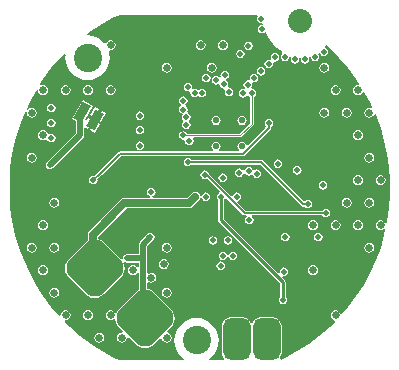
<source format=gbl>
G04*
G04 #@! TF.GenerationSoftware,Altium Limited,Altium Designer,19.0.12 (326)*
G04*
G04 Layer_Physical_Order=4*
G04 Layer_Color=5656142*
%FSLAX24Y24*%
%MOIN*%
G70*
G01*
G75*
%ADD64C,0.0080*%
%ADD65C,0.0100*%
%ADD66C,0.0060*%
%ADD67C,0.0040*%
%ADD68C,0.0200*%
%ADD72C,0.0250*%
%ADD73C,0.0803*%
G04:AMPARAMS|DCode=74|XSize=137.8mil|YSize=90.6mil|CornerRadius=22.6mil|HoleSize=0mil|Usage=FLASHONLY|Rotation=90.000|XOffset=0mil|YOffset=0mil|HoleType=Round|Shape=RoundedRectangle|*
%AMROUNDEDRECTD74*
21,1,0.1378,0.0453,0,0,90.0*
21,1,0.0925,0.0906,0,0,90.0*
1,1,0.0453,0.0226,0.0463*
1,1,0.0453,0.0226,-0.0463*
1,1,0.0453,-0.0226,-0.0463*
1,1,0.0453,-0.0226,0.0463*
%
%ADD74ROUNDEDRECTD74*%
%ADD75C,0.0945*%
%ADD76C,0.0220*%
%ADD77C,0.0200*%
%ADD78C,0.0250*%
G04:AMPARAMS|DCode=79|XSize=157.5mil|YSize=157.5mil|CornerRadius=39.4mil|HoleSize=0mil|Usage=FLASHONLY|Rotation=45.000|XOffset=0mil|YOffset=0mil|HoleType=Round|Shape=RoundedRectangle|*
%AMROUNDEDRECTD79*
21,1,0.1575,0.0787,0,0,45.0*
21,1,0.0787,0.1575,0,0,45.0*
1,1,0.0787,0.0557,0.0000*
1,1,0.0787,0.0000,-0.0557*
1,1,0.0787,-0.0557,0.0000*
1,1,0.0787,0.0000,0.0557*
%
%ADD79ROUNDEDRECTD79*%
G04:AMPARAMS|DCode=80|XSize=31.5mil|YSize=63mil|CornerRadius=0mil|HoleSize=0mil|Usage=FLASHONLY|Rotation=150.000|XOffset=0mil|YOffset=0mil|HoleType=Round|Shape=Rectangle|*
%AMROTATEDRECTD80*
4,1,4,0.0294,0.0194,-0.0021,-0.0352,-0.0294,-0.0194,0.0021,0.0352,0.0294,0.0194,0.0*
%
%ADD80ROTATEDRECTD80*%

G36*
X1899Y5752D02*
X1926Y5702D01*
X1914Y5685D01*
X1903Y5630D01*
X1914Y5575D01*
X1945Y5529D01*
X1991Y5498D01*
X2046Y5487D01*
X2073Y5493D01*
X2114Y5466D01*
X2077Y5434D01*
X2074Y5434D01*
X2020Y5423D01*
X1973Y5392D01*
X1942Y5346D01*
X1931Y5291D01*
X1942Y5237D01*
X1973Y5190D01*
X2020Y5160D01*
X2074Y5149D01*
X2129Y5160D01*
X2167Y5185D01*
X2222Y5178D01*
X2248Y5102D01*
X2334Y4936D01*
X2446Y4786D01*
X2579Y4655D01*
X2731Y4546D01*
X2752Y4536D01*
X2756Y4478D01*
X2742Y4469D01*
X2711Y4422D01*
X2700Y4368D01*
X2711Y4313D01*
X2742Y4267D01*
X2789Y4236D01*
X2843Y4225D01*
X2898Y4236D01*
X2944Y4267D01*
X2975Y4313D01*
X2982Y4348D01*
X3022Y4380D01*
X3039Y4333D01*
X3028Y4279D01*
X3039Y4224D01*
X3070Y4178D01*
X3116Y4147D01*
X3171Y4136D01*
X3226Y4147D01*
X3272Y4178D01*
X3303Y4224D01*
X3314Y4279D01*
X3309Y4300D01*
X3341Y4345D01*
X3373Y4303D01*
X3368Y4277D01*
X3379Y4223D01*
X3410Y4176D01*
X3456Y4145D01*
X3511Y4135D01*
X3565Y4145D01*
X3612Y4176D01*
X3643Y4223D01*
X3653Y4277D01*
X3643Y4332D01*
X3647Y4366D01*
X3658Y4385D01*
X3696Y4364D01*
X3707Y4309D01*
X3738Y4263D01*
X3785Y4232D01*
X3839Y4221D01*
X3894Y4232D01*
X3940Y4263D01*
X3971Y4309D01*
X3982Y4364D01*
X3971Y4419D01*
X3951Y4448D01*
X3957Y4499D01*
X4002Y4478D01*
X4033Y4432D01*
X4079Y4401D01*
X4134Y4390D01*
X4189Y4401D01*
X4235Y4432D01*
X4266Y4478D01*
X4277Y4533D01*
X4266Y4587D01*
X4235Y4634D01*
X4192Y4662D01*
X4185Y4672D01*
X4172Y4713D01*
X4207Y4748D01*
X4330Y4641D01*
X4649Y4321D01*
X4945Y3979D01*
X5216Y3616D01*
X5316Y3461D01*
X5285Y3416D01*
X5275Y3418D01*
X5211Y3405D01*
X5156Y3369D01*
X5120Y3314D01*
X5107Y3250D01*
X5120Y3186D01*
X5156Y3131D01*
X5211Y3095D01*
X5275Y3082D01*
X5339Y3095D01*
X5394Y3131D01*
X5430Y3186D01*
X5431Y3186D01*
X5483Y3194D01*
X5677Y2838D01*
X5742Y2697D01*
X5729Y2678D01*
X5705Y2657D01*
X5650Y2668D01*
X5586Y2655D01*
X5531Y2619D01*
X5495Y2564D01*
X5482Y2500D01*
X5495Y2436D01*
X5531Y2381D01*
X5586Y2345D01*
X5650Y2332D01*
X5714Y2345D01*
X5769Y2381D01*
X5805Y2436D01*
X5806Y2436D01*
X5858Y2442D01*
X5865Y2426D01*
X6023Y2002D01*
X6150Y1568D01*
X6247Y1126D01*
X6311Y678D01*
X6343Y226D01*
Y-226D01*
X6311Y-678D01*
X6247Y-1126D01*
X6232Y-1191D01*
X6181Y-1190D01*
X6180Y-1186D01*
X6144Y-1131D01*
X6089Y-1095D01*
X6025Y-1082D01*
X5961Y-1095D01*
X5906Y-1131D01*
X5870Y-1186D01*
X5857Y-1250D01*
X5870Y-1314D01*
X5906Y-1369D01*
X5961Y-1405D01*
X6025Y-1418D01*
X6089Y-1405D01*
X6142Y-1370D01*
X6150Y-1372D01*
X6189Y-1392D01*
X6150Y-1568D01*
X6023Y-2002D01*
X5865Y-2426D01*
X5677Y-2838D01*
X5461Y-3235D01*
X5216Y-3616D01*
X4945Y-3979D01*
X4738Y-4218D01*
X4684Y-4204D01*
X4680Y-4186D01*
X4644Y-4131D01*
X4589Y-4095D01*
X4525Y-4082D01*
X4461Y-4095D01*
X4406Y-4131D01*
X4370Y-4186D01*
X4357Y-4250D01*
X4370Y-4314D01*
X4406Y-4369D01*
X4461Y-4405D01*
X4489Y-4411D01*
X4505Y-4465D01*
X4330Y-4641D01*
X3988Y-4938D01*
X3626Y-5210D01*
X3246Y-5455D01*
X2849Y-5672D01*
X2716Y-5733D01*
X2699Y-5726D01*
X2684Y-5664D01*
X2689Y-5657D01*
X2716Y-5592D01*
X2725Y-5523D01*
Y-4597D01*
X2716Y-4528D01*
X2689Y-4463D01*
X2646Y-4407D01*
X2591Y-4365D01*
X2526Y-4338D01*
X2456Y-4329D01*
X2004D01*
X1934Y-4338D01*
X1869Y-4365D01*
X1814Y-4407D01*
X1771Y-4463D01*
X1757Y-4497D01*
X1703D01*
X1689Y-4463D01*
X1646Y-4407D01*
X1591Y-4365D01*
X1526Y-4338D01*
X1456Y-4329D01*
X1004D01*
X934Y-4338D01*
X869Y-4365D01*
X814Y-4407D01*
X771Y-4463D01*
X744Y-4528D01*
X735Y-4597D01*
Y-5523D01*
X744Y-5592D01*
X771Y-5657D01*
X806Y-5703D01*
X790Y-5753D01*
X316Y-5753D01*
X309Y-5724D01*
X308Y-5702D01*
X417Y-5614D01*
X509Y-5501D01*
X578Y-5373D01*
X620Y-5233D01*
X634Y-5089D01*
X620Y-4944D01*
X578Y-4804D01*
X509Y-4676D01*
X417Y-4564D01*
X304Y-4471D01*
X176Y-4403D01*
X37Y-4360D01*
X-108Y-4346D01*
X-253Y-4360D01*
X-392Y-4403D01*
X-521Y-4471D01*
X-633Y-4564D01*
X-726Y-4676D01*
X-794Y-4804D01*
X-836Y-4944D01*
X-851Y-5089D01*
X-836Y-5233D01*
X-794Y-5373D01*
X-726Y-5501D01*
X-633Y-5614D01*
X-525Y-5702D01*
X-525Y-5725D01*
X-532Y-5752D01*
X-2673Y-5752D01*
X-2849Y-5672D01*
X-3246Y-5455D01*
X-3626Y-5210D01*
X-3988Y-4938D01*
X-4330Y-4641D01*
X-4508Y-4463D01*
X-4483Y-4417D01*
X-4475Y-4418D01*
X-4411Y-4405D01*
X-4356Y-4369D01*
X-4320Y-4314D01*
X-4307Y-4250D01*
X-4320Y-4186D01*
X-4356Y-4131D01*
X-4411Y-4095D01*
X-4475Y-4082D01*
X-4539Y-4095D01*
X-4594Y-4131D01*
X-4630Y-4186D01*
X-4643Y-4250D01*
X-4643Y-4252D01*
X-4689Y-4275D01*
X-4945Y-3979D01*
X-5216Y-3616D01*
X-5461Y-3235D01*
X-5677Y-2838D01*
X-5865Y-2426D01*
X-6023Y-2002D01*
X-6150Y-1568D01*
X-6247Y-1126D01*
X-6311Y-678D01*
X-6343Y-226D01*
Y226D01*
X-6311Y678D01*
X-6247Y1126D01*
X-6150Y1568D01*
X-6023Y2002D01*
X-5865Y2426D01*
X-5810Y2548D01*
X-5762Y2532D01*
X-5768Y2500D01*
X-5755Y2436D01*
X-5719Y2381D01*
X-5664Y2345D01*
X-5600Y2332D01*
X-5536Y2345D01*
X-5481Y2381D01*
X-5445Y2436D01*
X-5432Y2500D01*
X-5445Y2564D01*
X-5481Y2619D01*
X-5536Y2655D01*
X-5600Y2668D01*
X-5664Y2655D01*
X-5719Y2619D01*
X-5729Y2603D01*
X-5773Y2628D01*
X-5677Y2838D01*
X-5461Y3235D01*
X-5441Y3266D01*
X-5398Y3252D01*
X-5393Y3248D01*
X-5380Y3186D01*
X-5344Y3131D01*
X-5289Y3095D01*
X-5225Y3082D01*
X-5161Y3095D01*
X-5106Y3131D01*
X-5070Y3186D01*
X-5057Y3250D01*
X-5070Y3314D01*
X-5106Y3369D01*
X-5161Y3405D01*
X-5225Y3418D01*
X-5289Y3405D01*
X-5294Y3402D01*
X-5331Y3438D01*
X-5216Y3616D01*
X-4945Y3979D01*
X-4649Y4321D01*
X-4521Y4449D01*
X-4473Y4427D01*
X-4483Y4331D01*
X-4468Y4186D01*
X-4426Y4047D01*
X-4357Y3918D01*
X-4265Y3806D01*
X-4153Y3713D01*
X-4024Y3645D01*
X-3885Y3603D01*
X-3740Y3588D01*
X-3595Y3603D01*
X-3456Y3645D01*
X-3328Y3713D01*
X-3215Y3806D01*
X-3123Y3918D01*
X-3054Y4047D01*
X-3012Y4186D01*
X-2998Y4331D01*
X-3012Y4476D01*
X-3032Y4542D01*
X-2993Y4585D01*
X-2975Y4582D01*
X-2911Y4595D01*
X-2856Y4631D01*
X-2820Y4686D01*
X-2807Y4750D01*
X-2820Y4814D01*
X-2856Y4869D01*
X-2911Y4905D01*
X-2975Y4918D01*
X-3039Y4905D01*
X-3094Y4869D01*
X-3124Y4824D01*
X-3178Y4811D01*
X-3215Y4856D01*
X-3328Y4948D01*
X-3456Y5017D01*
X-3595Y5059D01*
X-3726Y5072D01*
X-3746Y5120D01*
X-3626Y5210D01*
X-3246Y5455D01*
X-2849Y5672D01*
X-2673Y5753D01*
X1899Y5752D01*
D02*
G37*
%LPC*%
G36*
X1622Y4870D02*
X1567Y4859D01*
X1521Y4828D01*
X1490Y4782D01*
X1479Y4727D01*
X1490Y4673D01*
X1521Y4626D01*
X1567Y4595D01*
X1622Y4584D01*
X1676Y4595D01*
X1723Y4626D01*
X1754Y4673D01*
X1764Y4727D01*
X1754Y4782D01*
X1723Y4828D01*
X1676Y4859D01*
X1622Y4870D01*
D02*
G37*
G36*
X775Y4918D02*
X711Y4905D01*
X656Y4869D01*
X620Y4814D01*
X607Y4750D01*
X620Y4686D01*
X656Y4631D01*
X711Y4595D01*
X775Y4582D01*
X839Y4595D01*
X894Y4631D01*
X930Y4686D01*
X943Y4750D01*
X930Y4814D01*
X894Y4869D01*
X839Y4905D01*
X775Y4918D01*
D02*
G37*
G36*
X25D02*
X-39Y4905D01*
X-94Y4869D01*
X-130Y4814D01*
X-143Y4750D01*
X-130Y4686D01*
X-94Y4631D01*
X-39Y4595D01*
X25Y4582D01*
X89Y4595D01*
X144Y4631D01*
X180Y4686D01*
X193Y4750D01*
X180Y4814D01*
X144Y4869D01*
X89Y4905D01*
X25Y4918D01*
D02*
G37*
G36*
X1355Y4602D02*
X1300Y4591D01*
X1254Y4560D01*
X1223Y4514D01*
X1212Y4459D01*
X1223Y4405D01*
X1254Y4358D01*
X1300Y4327D01*
X1355Y4317D01*
X1409Y4327D01*
X1456Y4358D01*
X1487Y4405D01*
X1497Y4459D01*
X1487Y4514D01*
X1456Y4560D01*
X1409Y4591D01*
X1355Y4602D01*
D02*
G37*
G36*
X2509Y4482D02*
X2455Y4471D01*
X2408Y4440D01*
X2377Y4394D01*
X2366Y4339D01*
X2374Y4302D01*
X2371Y4296D01*
X2340Y4265D01*
X2335Y4262D01*
X2297Y4270D01*
X2242Y4259D01*
X2196Y4228D01*
X2165Y4182D01*
X2154Y4127D01*
X2165Y4072D01*
X2196Y4026D01*
X2242Y3995D01*
X2297Y3984D01*
X2351Y3995D01*
X2398Y4026D01*
X2429Y4072D01*
X2440Y4127D01*
X2432Y4165D01*
X2435Y4170D01*
X2466Y4201D01*
X2471Y4204D01*
X2509Y4196D01*
X2564Y4207D01*
X2610Y4238D01*
X2641Y4284D01*
X2652Y4339D01*
X2641Y4394D01*
X2610Y4440D01*
X2564Y4471D01*
X2509Y4482D01*
D02*
G37*
G36*
X4150Y4168D02*
X4086Y4155D01*
X4031Y4119D01*
X3995Y4064D01*
X3982Y4000D01*
X3995Y3936D01*
X4031Y3881D01*
X4086Y3845D01*
X4150Y3832D01*
X4214Y3845D01*
X4269Y3881D01*
X4305Y3936D01*
X4318Y4000D01*
X4305Y4064D01*
X4269Y4119D01*
X4214Y4155D01*
X4150Y4168D01*
D02*
G37*
G36*
X400D02*
X336Y4155D01*
X281Y4119D01*
X245Y4064D01*
X232Y4000D01*
X245Y3936D01*
X281Y3881D01*
X336Y3845D01*
X400Y3832D01*
X464Y3845D01*
X519Y3881D01*
X555Y3936D01*
X568Y4000D01*
X555Y4064D01*
X519Y4119D01*
X464Y4155D01*
X400Y4168D01*
D02*
G37*
G36*
X-1100D02*
X-1164Y4155D01*
X-1219Y4119D01*
X-1255Y4064D01*
X-1268Y4000D01*
X-1255Y3936D01*
X-1219Y3881D01*
X-1164Y3845D01*
X-1100Y3832D01*
X-1036Y3845D01*
X-981Y3881D01*
X-945Y3936D01*
X-932Y4000D01*
X-945Y4064D01*
X-981Y4119D01*
X-1036Y4155D01*
X-1100Y4168D01*
D02*
G37*
G36*
X2046Y4021D02*
X1991Y4010D01*
X1945Y3979D01*
X1914Y3933D01*
X1903Y3878D01*
X1914Y3823D01*
X1945Y3777D01*
X1991Y3746D01*
X2046Y3735D01*
X2100Y3746D01*
X2147Y3777D01*
X2178Y3823D01*
X2189Y3878D01*
X2178Y3933D01*
X2147Y3979D01*
X2100Y4010D01*
X2046Y4021D01*
D02*
G37*
G36*
X827Y3882D02*
X773Y3871D01*
X726Y3840D01*
X695Y3793D01*
X684Y3739D01*
X692Y3702D01*
X665Y3684D01*
X646Y3677D01*
X605Y3705D01*
X550Y3716D01*
X495Y3705D01*
X449Y3674D01*
X418Y3627D01*
X407Y3573D01*
X418Y3518D01*
X449Y3472D01*
X495Y3441D01*
X550Y3430D01*
X605Y3441D01*
X614Y3447D01*
X625Y3446D01*
X666Y3422D01*
X674Y3385D01*
X705Y3339D01*
X751Y3308D01*
X805Y3297D01*
X819Y3300D01*
X849Y3255D01*
X843Y3244D01*
X832Y3190D01*
X843Y3135D01*
X873Y3089D01*
X920Y3058D01*
X974Y3047D01*
X1029Y3058D01*
X1075Y3089D01*
X1106Y3135D01*
X1117Y3190D01*
X1106Y3244D01*
X1075Y3291D01*
X1029Y3322D01*
X974Y3333D01*
X961Y3330D01*
X931Y3375D01*
X937Y3385D01*
X948Y3440D01*
X937Y3494D01*
X906Y3540D01*
X883Y3556D01*
X882Y3578D01*
X889Y3612D01*
X928Y3638D01*
X959Y3684D01*
X970Y3739D01*
X959Y3793D01*
X928Y3840D01*
X882Y3871D01*
X827Y3882D01*
D02*
G37*
G36*
X1803Y3790D02*
X1749Y3779D01*
X1702Y3748D01*
X1671Y3702D01*
X1661Y3647D01*
X1669Y3605D01*
X1644Y3574D01*
X1630Y3565D01*
X1598Y3571D01*
X1544Y3560D01*
X1497Y3529D01*
X1466Y3483D01*
X1456Y3428D01*
X1466Y3374D01*
X1497Y3327D01*
X1517Y3314D01*
X1493Y3272D01*
X1475Y3275D01*
X1438Y3283D01*
X1384Y3272D01*
X1337Y3241D01*
X1306Y3194D01*
X1295Y3140D01*
X1306Y3085D01*
X1337Y3039D01*
X1384Y3008D01*
X1438Y2997D01*
X1493Y3008D01*
X1539Y3039D01*
X1559Y3068D01*
X1610Y3073D01*
X1616Y3071D01*
X1631Y3049D01*
X1667Y3025D01*
Y2159D01*
X1312Y1803D01*
X-421D01*
X-445Y1839D01*
X-492Y1870D01*
X-546Y1881D01*
X-601Y1870D01*
X-647Y1839D01*
X-678Y1793D01*
X-689Y1738D01*
X-678Y1684D01*
X-647Y1638D01*
X-601Y1607D01*
X-546Y1596D01*
X-534Y1598D01*
X-492Y1556D01*
X-493Y1550D01*
X-482Y1495D01*
X-451Y1449D01*
X-405Y1418D01*
X-350Y1407D01*
X-295Y1418D01*
X-249Y1449D01*
X-218Y1495D01*
X-207Y1550D01*
X-218Y1605D01*
X-231Y1624D01*
X-204Y1674D01*
X1338D01*
X1384Y1693D01*
X1778Y2086D01*
X1797Y2132D01*
Y3025D01*
X1833Y3049D01*
X1864Y3095D01*
X1875Y3150D01*
X1864Y3205D01*
X1833Y3251D01*
X1787Y3282D01*
X1732Y3293D01*
X1732Y3293D01*
X1728Y3297D01*
X1707Y3339D01*
X1730Y3374D01*
X1741Y3428D01*
X1733Y3471D01*
X1758Y3502D01*
X1772Y3511D01*
X1803Y3504D01*
X1858Y3515D01*
X1904Y3546D01*
X1935Y3593D01*
X1946Y3647D01*
X1935Y3702D01*
X1904Y3748D01*
X1858Y3779D01*
X1803Y3790D01*
D02*
G37*
G36*
X217Y3800D02*
X162Y3789D01*
X116Y3758D01*
X85Y3712D01*
X74Y3657D01*
X85Y3603D01*
X116Y3556D01*
X162Y3525D01*
X217Y3514D01*
X271Y3525D01*
X317Y3556D01*
X348Y3603D01*
X359Y3657D01*
X348Y3712D01*
X317Y3758D01*
X271Y3789D01*
X217Y3800D01*
D02*
G37*
G36*
X4525Y3418D02*
X4461Y3405D01*
X4406Y3369D01*
X4370Y3314D01*
X4357Y3250D01*
X4370Y3186D01*
X4406Y3131D01*
X4461Y3095D01*
X4525Y3082D01*
X4589Y3095D01*
X4644Y3131D01*
X4680Y3186D01*
X4693Y3250D01*
X4680Y3314D01*
X4644Y3369D01*
X4589Y3405D01*
X4525Y3418D01*
D02*
G37*
G36*
X-2975D02*
X-3039Y3405D01*
X-3094Y3369D01*
X-3130Y3314D01*
X-3143Y3250D01*
X-3130Y3186D01*
X-3094Y3131D01*
X-3039Y3095D01*
X-2975Y3082D01*
X-2911Y3095D01*
X-2856Y3131D01*
X-2820Y3186D01*
X-2807Y3250D01*
X-2820Y3314D01*
X-2856Y3369D01*
X-2911Y3405D01*
X-2975Y3418D01*
D02*
G37*
G36*
X-3725D02*
X-3789Y3405D01*
X-3844Y3369D01*
X-3880Y3314D01*
X-3893Y3250D01*
X-3880Y3186D01*
X-3844Y3131D01*
X-3789Y3095D01*
X-3725Y3082D01*
X-3661Y3095D01*
X-3606Y3131D01*
X-3570Y3186D01*
X-3557Y3250D01*
X-3570Y3314D01*
X-3606Y3369D01*
X-3661Y3405D01*
X-3725Y3418D01*
D02*
G37*
G36*
X-4475D02*
X-4539Y3405D01*
X-4594Y3369D01*
X-4630Y3314D01*
X-4643Y3250D01*
X-4630Y3186D01*
X-4594Y3131D01*
X-4539Y3095D01*
X-4475Y3082D01*
X-4411Y3095D01*
X-4356Y3131D01*
X-4320Y3186D01*
X-4307Y3250D01*
X-4320Y3314D01*
X-4356Y3369D01*
X-4411Y3405D01*
X-4475Y3418D01*
D02*
G37*
G36*
X-400Y3493D02*
X-455Y3482D01*
X-501Y3451D01*
X-532Y3405D01*
X-543Y3350D01*
X-532Y3295D01*
X-501Y3249D01*
X-455Y3218D01*
X-400Y3207D01*
X-357Y3216D01*
X-325Y3193D01*
X-314Y3179D01*
X-320Y3150D01*
X-309Y3095D01*
X-278Y3049D01*
X-232Y3018D01*
X-177Y3007D01*
X-122Y3018D01*
X-76Y3049D01*
X-35D01*
X11Y3018D01*
X66Y3007D01*
X121Y3018D01*
X167Y3049D01*
X198Y3095D01*
X209Y3150D01*
X198Y3205D01*
X167Y3251D01*
X121Y3282D01*
X66Y3293D01*
X11Y3282D01*
X-35Y3251D01*
X-76D01*
X-122Y3282D01*
X-177Y3293D01*
X-220Y3284D01*
X-252Y3307D01*
X-263Y3321D01*
X-257Y3350D01*
X-268Y3405D01*
X-299Y3451D01*
X-345Y3482D01*
X-400Y3493D01*
D02*
G37*
G36*
X-4950Y2793D02*
X-5005Y2782D01*
X-5051Y2751D01*
X-5082Y2705D01*
X-5093Y2650D01*
X-5082Y2595D01*
X-5051Y2549D01*
X-5005Y2518D01*
X-4950Y2507D01*
X-4895Y2518D01*
X-4849Y2549D01*
X-4818Y2595D01*
X-4807Y2650D01*
X-4818Y2705D01*
X-4849Y2751D01*
X-4895Y2782D01*
X-4950Y2793D01*
D02*
G37*
G36*
X-3507Y2702D02*
X-3669Y2421D01*
X-3524Y2337D01*
X-3362Y2618D01*
X-3507Y2702D01*
D02*
G37*
G36*
X4900Y2668D02*
X4836Y2655D01*
X4781Y2619D01*
X4745Y2564D01*
X4732Y2500D01*
X4745Y2436D01*
X4781Y2381D01*
X4836Y2345D01*
X4900Y2332D01*
X4964Y2345D01*
X5019Y2381D01*
X5055Y2436D01*
X5068Y2500D01*
X5055Y2564D01*
X5019Y2619D01*
X4964Y2655D01*
X4900Y2668D01*
D02*
G37*
G36*
X4150D02*
X4086Y2655D01*
X4031Y2619D01*
X3995Y2564D01*
X3982Y2500D01*
X3995Y2436D01*
X4031Y2381D01*
X4086Y2345D01*
X4150Y2332D01*
X4214Y2345D01*
X4269Y2381D01*
X4305Y2436D01*
X4318Y2500D01*
X4305Y2564D01*
X4269Y2619D01*
X4214Y2655D01*
X4150Y2668D01*
D02*
G37*
G36*
X-2000Y2543D02*
X-2055Y2532D01*
X-2101Y2501D01*
X-2132Y2455D01*
X-2143Y2400D01*
X-2132Y2345D01*
X-2101Y2299D01*
X-2055Y2268D01*
X-2000Y2257D01*
X-1945Y2268D01*
X-1899Y2299D01*
X-1868Y2345D01*
X-1857Y2400D01*
X-1868Y2455D01*
X-1899Y2501D01*
X-1945Y2532D01*
X-2000Y2543D01*
D02*
G37*
G36*
X-3275Y2568D02*
X-3438Y2287D01*
X-3293Y2203D01*
X-3130Y2485D01*
X-3275Y2568D01*
D02*
G37*
G36*
X1407Y2393D02*
X1349Y2381D01*
X1299Y2348D01*
X1266Y2299D01*
X1255Y2240D01*
X1266Y2182D01*
X1299Y2132D01*
X1349Y2099D01*
X1407Y2087D01*
X1466Y2099D01*
X1516Y2132D01*
X1549Y2182D01*
X1560Y2240D01*
X1549Y2299D01*
X1516Y2348D01*
X1466Y2381D01*
X1407Y2393D01*
D02*
G37*
G36*
X541D02*
X483Y2381D01*
X433Y2348D01*
X400Y2299D01*
X388Y2240D01*
X400Y2182D01*
X433Y2132D01*
X483Y2099D01*
X541Y2087D01*
X600Y2099D01*
X649Y2132D01*
X683Y2182D01*
X694Y2240D01*
X683Y2299D01*
X649Y2348D01*
X600Y2381D01*
X541Y2393D01*
D02*
G37*
G36*
X-4950Y2293D02*
X-5005Y2282D01*
X-5051Y2251D01*
X-5082Y2205D01*
X-5093Y2150D01*
X-5082Y2095D01*
X-5051Y2049D01*
X-5005Y2018D01*
X-4950Y2007D01*
X-4895Y2018D01*
X-4849Y2049D01*
X-4818Y2095D01*
X-4807Y2150D01*
X-4818Y2205D01*
X-4849Y2251D01*
X-4895Y2282D01*
X-4950Y2293D01*
D02*
G37*
G36*
X-3909Y2911D02*
X-4264Y2296D01*
X-4143Y2226D01*
Y1809D01*
X-5101Y851D01*
X-5132Y805D01*
X-5143Y750D01*
X-5132Y695D01*
X-5101Y649D01*
X-5055Y618D01*
X-5000Y607D01*
X-4945Y618D01*
X-4899Y649D01*
X-3899Y1649D01*
X-3899Y1649D01*
X-3868Y1695D01*
X-3857Y1750D01*
X-3857Y1750D01*
Y1988D01*
X-3814Y2013D01*
X-3737Y1969D01*
X-3574Y2250D01*
X-3719Y2334D01*
X-3782Y2226D01*
X-3837Y2230D01*
X-3841Y2239D01*
X-3567Y2713D01*
X-3909Y2911D01*
D02*
G37*
G36*
X-550Y3043D02*
X-605Y3032D01*
X-651Y3001D01*
X-682Y2955D01*
X-693Y2900D01*
X-682Y2845D01*
X-651Y2799D01*
X-620Y2778D01*
X-618Y2727D01*
X-620Y2723D01*
X-647Y2704D01*
X-678Y2658D01*
X-689Y2603D01*
X-678Y2549D01*
X-647Y2502D01*
X-601Y2471D01*
X-598Y2471D01*
X-575Y2415D01*
X-582Y2405D01*
X-593Y2350D01*
X-582Y2295D01*
X-553Y2252D01*
X-547Y2238D01*
Y2205D01*
X-553Y2190D01*
X-582Y2147D01*
X-593Y2093D01*
X-582Y2038D01*
X-551Y1992D01*
X-505Y1961D01*
X-450Y1950D01*
X-395Y1961D01*
X-349Y1992D01*
X-318Y2038D01*
X-307Y2093D01*
X-318Y2147D01*
X-347Y2190D01*
X-353Y2205D01*
Y2238D01*
X-347Y2252D01*
X-318Y2295D01*
X-307Y2350D01*
X-318Y2405D01*
X-349Y2451D01*
X-395Y2482D01*
X-398Y2482D01*
X-421Y2538D01*
X-414Y2549D01*
X-403Y2603D01*
X-414Y2658D01*
X-445Y2704D01*
X-476Y2725D01*
X-478Y2776D01*
X-477Y2781D01*
X-449Y2799D01*
X-418Y2845D01*
X-407Y2900D01*
X-418Y2955D01*
X-449Y3001D01*
X-495Y3032D01*
X-550Y3043D01*
D02*
G37*
G36*
X-3488Y2200D02*
X-3650Y1919D01*
X-3505Y1835D01*
X-3343Y2117D01*
X-3488Y2200D01*
D02*
G37*
G36*
X-2000Y2059D02*
X-2055Y2048D01*
X-2101Y2017D01*
X-2132Y1971D01*
X-2143Y1916D01*
X-2132Y1862D01*
X-2101Y1815D01*
X-2055Y1785D01*
X-2000Y1774D01*
X-1945Y1785D01*
X-1899Y1815D01*
X-1868Y1862D01*
X-1857Y1916D01*
X-1868Y1971D01*
X-1899Y2017D01*
X-1945Y2048D01*
X-2000Y2059D01*
D02*
G37*
G36*
X5275Y1918D02*
X5211Y1905D01*
X5156Y1869D01*
X5120Y1814D01*
X5107Y1750D01*
X5120Y1686D01*
X5156Y1631D01*
X5211Y1595D01*
X5275Y1582D01*
X5339Y1595D01*
X5394Y1631D01*
X5430Y1686D01*
X5443Y1750D01*
X5430Y1814D01*
X5394Y1869D01*
X5339Y1905D01*
X5275Y1918D01*
D02*
G37*
G36*
X-5225D02*
X-5289Y1905D01*
X-5344Y1869D01*
X-5380Y1814D01*
X-5393Y1750D01*
X-5380Y1686D01*
X-5344Y1631D01*
X-5289Y1595D01*
X-5225Y1582D01*
X-5161Y1595D01*
X-5136Y1611D01*
X-5088Y1597D01*
X-5078Y1590D01*
X-5051Y1549D01*
X-5005Y1518D01*
X-4950Y1507D01*
X-4895Y1518D01*
X-4849Y1549D01*
X-4818Y1595D01*
X-4807Y1650D01*
X-4818Y1705D01*
X-4849Y1751D01*
X-4895Y1782D01*
X-4950Y1793D01*
X-5005Y1782D01*
X-5011Y1777D01*
X-5067Y1800D01*
X-5070Y1814D01*
X-5106Y1869D01*
X-5161Y1905D01*
X-5225Y1918D01*
D02*
G37*
G36*
X2300Y2293D02*
X2245Y2282D01*
X2199Y2251D01*
X2168Y2205D01*
X2157Y2150D01*
X2168Y2095D01*
X2199Y2049D01*
X2185Y1998D01*
X1603Y1416D01*
X1549Y1433D01*
X1516Y1482D01*
X1466Y1515D01*
X1407Y1527D01*
X1349Y1515D01*
X1299Y1482D01*
X1266Y1433D01*
X1255Y1374D01*
X1266Y1315D01*
X1299Y1266D01*
X1312Y1257D01*
X1297Y1207D01*
X652D01*
X636Y1257D01*
X649Y1266D01*
X683Y1315D01*
X694Y1374D01*
X683Y1433D01*
X649Y1482D01*
X600Y1515D01*
X541Y1527D01*
X483Y1515D01*
X433Y1482D01*
X400Y1433D01*
X388Y1374D01*
X400Y1315D01*
X433Y1266D01*
X446Y1257D01*
X431Y1207D01*
X-2675D01*
X-2706Y1201D01*
X-2732Y1183D01*
X-2732Y1183D01*
X-3388Y528D01*
X-3388Y527D01*
X-3527Y388D01*
X-3550Y393D01*
X-3605Y382D01*
X-3651Y351D01*
X-3682Y305D01*
X-3693Y250D01*
X-3682Y195D01*
X-3651Y149D01*
X-3605Y118D01*
X-3550Y107D01*
X-3495Y118D01*
X-3449Y149D01*
X-3418Y195D01*
X-3407Y250D01*
X-3412Y273D01*
X-3272Y412D01*
X-3272Y413D01*
X-2641Y1044D01*
X1428D01*
X1428Y1044D01*
X1459Y1050D01*
X1485Y1068D01*
X2358Y1940D01*
X2358Y1940D01*
X2375Y1967D01*
X2382Y1998D01*
X2382Y1998D01*
Y2036D01*
X2401Y2049D01*
X2432Y2095D01*
X2443Y2150D01*
X2432Y2205D01*
X2401Y2251D01*
X2355Y2282D01*
X2300Y2293D01*
D02*
G37*
G36*
X-2000Y1543D02*
X-2055Y1532D01*
X-2101Y1501D01*
X-2132Y1455D01*
X-2143Y1400D01*
X-2132Y1345D01*
X-2101Y1299D01*
X-2055Y1268D01*
X-2000Y1257D01*
X-1945Y1268D01*
X-1899Y1299D01*
X-1868Y1345D01*
X-1857Y1400D01*
X-1868Y1455D01*
X-1899Y1501D01*
X-1945Y1532D01*
X-2000Y1543D01*
D02*
G37*
G36*
X5650Y1168D02*
X5586Y1155D01*
X5531Y1119D01*
X5495Y1064D01*
X5482Y1000D01*
X5495Y936D01*
X5531Y881D01*
X5586Y845D01*
X5650Y832D01*
X5714Y845D01*
X5769Y881D01*
X5805Y936D01*
X5818Y1000D01*
X5805Y1064D01*
X5769Y1119D01*
X5714Y1155D01*
X5650Y1168D01*
D02*
G37*
G36*
X-5600D02*
X-5664Y1155D01*
X-5719Y1119D01*
X-5755Y1064D01*
X-5768Y1000D01*
X-5755Y936D01*
X-5719Y881D01*
X-5664Y845D01*
X-5600Y832D01*
X-5536Y845D01*
X-5481Y881D01*
X-5445Y936D01*
X-5432Y1000D01*
X-5445Y1064D01*
X-5481Y1119D01*
X-5536Y1155D01*
X-5600Y1168D01*
D02*
G37*
G36*
X2600Y943D02*
X2545Y932D01*
X2499Y901D01*
X2468Y855D01*
X2457Y800D01*
X2468Y745D01*
X2499Y699D01*
X2545Y668D01*
X2600Y657D01*
X2655Y668D01*
X2701Y699D01*
X2732Y745D01*
X2743Y800D01*
X2732Y855D01*
X2701Y901D01*
X2655Y932D01*
X2600Y943D01*
D02*
G37*
G36*
X1624Y685D02*
X1569Y674D01*
X1523Y643D01*
X1492Y597D01*
X1490Y586D01*
X1437Y576D01*
X1420Y601D01*
X1374Y632D01*
X1319Y643D01*
X1264Y632D01*
X1218Y601D01*
X1187Y555D01*
X1176Y500D01*
X1187Y445D01*
X1218Y399D01*
X1264Y368D01*
X1319Y357D01*
X1374Y368D01*
X1420Y399D01*
X1451Y445D01*
X1453Y456D01*
X1506Y467D01*
X1523Y441D01*
X1569Y410D01*
X1624Y400D01*
X1679Y410D01*
X1713Y434D01*
X1754Y424D01*
X1768Y416D01*
X1768Y414D01*
X1799Y368D01*
X1845Y337D01*
X1900Y326D01*
X1955Y337D01*
X2001Y368D01*
X2032Y414D01*
X2043Y469D01*
X2032Y523D01*
X2001Y570D01*
X1955Y601D01*
X1900Y611D01*
X1845Y601D01*
X1811Y577D01*
X1770Y587D01*
X1756Y595D01*
X1756Y597D01*
X1725Y643D01*
X1679Y674D01*
X1624Y685D01*
D02*
G37*
G36*
X3248Y718D02*
X3193Y707D01*
X3147Y676D01*
X3116Y629D01*
X3105Y575D01*
X3116Y520D01*
X3147Y474D01*
X3193Y443D01*
X3248Y432D01*
X3303Y443D01*
X3349Y474D01*
X3380Y520D01*
X3391Y575D01*
X3380Y629D01*
X3349Y676D01*
X3303Y707D01*
X3248Y718D01*
D02*
G37*
G36*
X758Y475D02*
X703Y464D01*
X657Y434D01*
X626Y387D01*
X615Y333D01*
X626Y278D01*
X657Y232D01*
X703Y201D01*
X758Y190D01*
X812Y201D01*
X859Y232D01*
X890Y278D01*
X901Y333D01*
X890Y387D01*
X859Y434D01*
X812Y464D01*
X758Y475D01*
D02*
G37*
G36*
X6025Y418D02*
X5961Y405D01*
X5906Y369D01*
X5870Y314D01*
X5857Y250D01*
X5870Y186D01*
X5906Y131D01*
X5961Y95D01*
X6025Y82D01*
X6089Y95D01*
X6144Y131D01*
X6180Y186D01*
X6193Y250D01*
X6180Y314D01*
X6144Y369D01*
X6089Y405D01*
X6025Y418D01*
D02*
G37*
G36*
X5275D02*
X5211Y405D01*
X5156Y369D01*
X5120Y314D01*
X5107Y250D01*
X5120Y186D01*
X5156Y131D01*
X5211Y95D01*
X5275Y82D01*
X5339Y95D01*
X5394Y131D01*
X5430Y186D01*
X5443Y250D01*
X5430Y314D01*
X5394Y369D01*
X5339Y405D01*
X5275Y418D01*
D02*
G37*
G36*
X4104Y222D02*
X4050Y212D01*
X4003Y181D01*
X3972Y134D01*
X3962Y80D01*
X3972Y25D01*
X4003Y-21D01*
X4050Y-52D01*
X4104Y-63D01*
X4159Y-52D01*
X4205Y-21D01*
X4236Y25D01*
X4247Y80D01*
X4236Y134D01*
X4205Y181D01*
X4159Y212D01*
X4104Y222D01*
D02*
G37*
G36*
X-1612Y-15D02*
X-1667Y-26D01*
X-1713Y-57D01*
X-1744Y-103D01*
X-1755Y-157D01*
X-1744Y-212D01*
X-1713Y-258D01*
X-1667Y-289D01*
X-1644Y-294D01*
X-1649Y-344D01*
X-2512D01*
X-2512Y-344D01*
X-2577Y-357D01*
X-2631Y-393D01*
X-3688Y-1450D01*
X-3724Y-1504D01*
X-3737Y-1569D01*
Y-1765D01*
X-3808Y-1820D01*
X-4365Y-2377D01*
X-4435Y-2468D01*
X-4478Y-2573D01*
X-4493Y-2686D01*
X-4478Y-2800D01*
X-4435Y-2905D01*
X-4365Y-2996D01*
X-3808Y-3552D01*
X-3718Y-3622D01*
X-3612Y-3666D01*
X-3499Y-3681D01*
X-3386Y-3666D01*
X-3280Y-3622D01*
X-3190Y-3552D01*
X-2633Y-2996D01*
X-2563Y-2905D01*
X-2520Y-2800D01*
X-2505Y-2686D01*
X-2520Y-2573D01*
X-2544Y-2515D01*
X-2503Y-2482D01*
X-2485Y-2494D01*
X-2431Y-2505D01*
X-2041D01*
Y-2638D01*
X-2091Y-2654D01*
X-2106Y-2631D01*
X-2161Y-2595D01*
X-2225Y-2582D01*
X-2289Y-2595D01*
X-2344Y-2631D01*
X-2380Y-2686D01*
X-2393Y-2750D01*
X-2380Y-2814D01*
X-2344Y-2869D01*
X-2289Y-2905D01*
X-2225Y-2918D01*
X-2161Y-2905D01*
X-2106Y-2869D01*
X-2091Y-2846D01*
X-2041Y-2862D01*
Y-3418D01*
X-2047Y-3421D01*
X-2138Y-3491D01*
X-2695Y-4047D01*
X-2764Y-4138D01*
X-2776Y-4167D01*
X-2831Y-4168D01*
X-2856Y-4131D01*
X-2911Y-4095D01*
X-2975Y-4082D01*
X-3039Y-4095D01*
X-3094Y-4131D01*
X-3130Y-4186D01*
X-3143Y-4250D01*
X-3130Y-4314D01*
X-3094Y-4369D01*
X-3039Y-4405D01*
X-2975Y-4418D01*
X-2911Y-4405D01*
X-2870Y-4379D01*
X-2825Y-4393D01*
X-2817Y-4399D01*
X-2808Y-4470D01*
X-2764Y-4575D01*
X-2695Y-4666D01*
X-2575Y-4786D01*
X-2600Y-4832D01*
X-2600Y-4832D01*
X-2664Y-4845D01*
X-2719Y-4881D01*
X-2755Y-4936D01*
X-2768Y-5000D01*
X-2755Y-5064D01*
X-2719Y-5119D01*
X-2664Y-5155D01*
X-2600Y-5168D01*
X-2536Y-5155D01*
X-2481Y-5119D01*
X-2445Y-5064D01*
X-2432Y-5000D01*
X-2432Y-5000D01*
X-2386Y-4975D01*
X-2138Y-5223D01*
X-2047Y-5292D01*
X-1942Y-5336D01*
X-1829Y-5351D01*
X-1715Y-5336D01*
X-1610Y-5292D01*
X-1519Y-5223D01*
X-1315Y-5019D01*
X-1261Y-5035D01*
X-1255Y-5064D01*
X-1219Y-5119D01*
X-1164Y-5155D01*
X-1100Y-5168D01*
X-1036Y-5155D01*
X-981Y-5119D01*
X-945Y-5064D01*
X-932Y-5000D01*
X-945Y-4936D01*
X-981Y-4881D01*
X-1036Y-4845D01*
X-1065Y-4839D01*
X-1081Y-4785D01*
X-963Y-4666D01*
X-893Y-4575D01*
X-849Y-4470D01*
X-834Y-4357D01*
X-849Y-4243D01*
X-893Y-4138D01*
X-963Y-4047D01*
X-1519Y-3491D01*
X-1610Y-3421D01*
X-1715Y-3377D01*
X-1755Y-3372D01*
Y-3163D01*
X-1706Y-3136D01*
X-1677Y-3155D01*
X-1612Y-3168D01*
X-1548Y-3155D01*
X-1493Y-3119D01*
X-1457Y-3064D01*
X-1444Y-3000D01*
X-1457Y-2936D01*
X-1493Y-2881D01*
X-1548Y-2845D01*
X-1612Y-2832D01*
X-1677Y-2845D01*
X-1706Y-2864D01*
X-1755Y-2837D01*
Y-2362D01*
Y-1957D01*
X-1549Y-1751D01*
X-1518Y-1705D01*
X-1507Y-1650D01*
X-1518Y-1595D01*
X-1549Y-1549D01*
X-1595Y-1518D01*
X-1650Y-1507D01*
X-1705Y-1518D01*
X-1751Y-1549D01*
X-1999Y-1797D01*
X-2030Y-1844D01*
X-2041Y-1898D01*
X-2041Y-1898D01*
Y-2219D01*
X-2431D01*
X-2485Y-2230D01*
X-2532Y-2261D01*
X-2563Y-2308D01*
X-2573Y-2362D01*
X-2571Y-2376D01*
X-2617Y-2397D01*
X-2633Y-2377D01*
X-3190Y-1820D01*
X-3280Y-1751D01*
X-3386Y-1707D01*
X-3400Y-1705D01*
Y-1638D01*
X-2443Y-680D01*
X-362D01*
X-298Y-668D01*
X-243Y-631D01*
X-31Y-419D01*
X5Y-364D01*
X12Y-330D01*
X63Y-330D01*
X68Y-355D01*
X99Y-401D01*
X145Y-432D01*
X200Y-443D01*
X255Y-432D01*
X301Y-401D01*
X332Y-355D01*
X343Y-300D01*
X332Y-245D01*
X301Y-199D01*
X255Y-168D01*
X200Y-157D01*
X145Y-168D01*
X99Y-199D01*
X68Y-245D01*
X63Y-270D01*
X12Y-270D01*
X5Y-236D01*
X-31Y-181D01*
X-86Y-145D01*
X-150Y-132D01*
X-214Y-145D01*
X-269Y-181D01*
X-432Y-344D01*
X-1576D01*
X-1581Y-294D01*
X-1558Y-289D01*
X-1511Y-258D01*
X-1480Y-212D01*
X-1469Y-157D01*
X-1480Y-103D01*
X-1511Y-57D01*
X-1558Y-26D01*
X-1612Y-15D01*
D02*
G37*
G36*
X5650Y-332D02*
X5586Y-345D01*
X5531Y-381D01*
X5495Y-436D01*
X5482Y-500D01*
X5495Y-564D01*
X5531Y-619D01*
X5586Y-655D01*
X5650Y-668D01*
X5714Y-655D01*
X5769Y-619D01*
X5805Y-564D01*
X5818Y-500D01*
X5805Y-436D01*
X5769Y-381D01*
X5714Y-345D01*
X5650Y-332D01*
D02*
G37*
G36*
X4900D02*
X4836Y-345D01*
X4781Y-381D01*
X4745Y-436D01*
X4732Y-500D01*
X4745Y-564D01*
X4781Y-619D01*
X4836Y-655D01*
X4900Y-668D01*
X4964Y-655D01*
X5019Y-619D01*
X5055Y-564D01*
X5068Y-500D01*
X5055Y-436D01*
X5019Y-381D01*
X4964Y-345D01*
X4900Y-332D01*
D02*
G37*
G36*
X-4850D02*
X-4914Y-345D01*
X-4969Y-381D01*
X-5005Y-436D01*
X-5018Y-500D01*
X-5005Y-564D01*
X-4969Y-619D01*
X-4914Y-655D01*
X-4850Y-668D01*
X-4786Y-655D01*
X-4731Y-619D01*
X-4695Y-564D01*
X-4682Y-500D01*
X-4695Y-436D01*
X-4731Y-381D01*
X-4786Y-345D01*
X-4850Y-332D01*
D02*
G37*
G36*
X-400Y993D02*
X-455Y982D01*
X-501Y951D01*
X-532Y905D01*
X-543Y850D01*
X-532Y795D01*
X-501Y749D01*
X-455Y718D01*
X-400Y707D01*
X-345Y718D01*
X-299Y749D01*
X-286Y768D01*
X2015D01*
X3391Y-608D01*
X3418Y-625D01*
X3449Y-632D01*
X3449Y-632D01*
X3486D01*
X3499Y-651D01*
X3545Y-682D01*
X3600Y-693D01*
X3655Y-682D01*
X3701Y-651D01*
X3732Y-605D01*
X3743Y-550D01*
X3732Y-495D01*
X3701Y-449D01*
X3655Y-418D01*
X3600Y-407D01*
X3545Y-418D01*
X3499Y-449D01*
X3449Y-434D01*
X2107Y908D01*
X2080Y925D01*
X2049Y932D01*
X2049Y932D01*
X-286D01*
X-299Y951D01*
X-345Y982D01*
X-400Y993D01*
D02*
G37*
G36*
X161Y576D02*
X107Y565D01*
X60Y534D01*
X30Y488D01*
X19Y433D01*
X30Y378D01*
X60Y332D01*
X107Y301D01*
X161Y290D01*
X216Y301D01*
X235Y314D01*
X663Y-114D01*
X646Y-168D01*
X645Y-168D01*
X599Y-199D01*
X568Y-245D01*
X557Y-300D01*
X568Y-355D01*
X599Y-401D01*
X608Y-407D01*
Y-1074D01*
X615Y-1109D01*
X635Y-1139D01*
X2677Y-3180D01*
Y-3629D01*
X2668Y-3635D01*
X2637Y-3681D01*
X2626Y-3736D01*
X2637Y-3790D01*
X2668Y-3837D01*
X2714Y-3867D01*
X2769Y-3878D01*
X2823Y-3867D01*
X2869Y-3837D01*
X2900Y-3790D01*
X2911Y-3736D01*
X2900Y-3681D01*
X2869Y-3635D01*
X2860Y-3629D01*
Y-3142D01*
X2853Y-3107D01*
X2833Y-3077D01*
X2737Y-2981D01*
X2762Y-2935D01*
X2800Y-2943D01*
X2855Y-2932D01*
X2901Y-2901D01*
X2932Y-2855D01*
X2943Y-2800D01*
X2932Y-2745D01*
X2901Y-2699D01*
X2855Y-2668D01*
X2800Y-2657D01*
X2745Y-2668D01*
X2699Y-2699D01*
X2668Y-2745D01*
X2657Y-2800D01*
X2665Y-2838D01*
X2619Y-2863D01*
X792Y-1036D01*
Y-407D01*
X801Y-401D01*
X832Y-355D01*
X832Y-354D01*
X886Y-337D01*
X1450Y-900D01*
X1473Y-916D01*
X1500Y-921D01*
X1552D01*
X1567Y-971D01*
X1552Y-982D01*
X1521Y-1028D01*
X1510Y-1083D01*
X1521Y-1137D01*
X1552Y-1184D01*
X1598Y-1215D01*
X1653Y-1225D01*
X1707Y-1215D01*
X1753Y-1184D01*
X1784Y-1137D01*
X1795Y-1083D01*
X1784Y-1028D01*
X1753Y-982D01*
X1738Y-971D01*
X1753Y-921D01*
X4079D01*
X4099Y-951D01*
X4145Y-982D01*
X4200Y-993D01*
X4255Y-982D01*
X4301Y-951D01*
X4332Y-905D01*
X4343Y-850D01*
X4332Y-795D01*
X4301Y-749D01*
X4255Y-718D01*
X4200Y-707D01*
X4145Y-718D01*
X4099Y-749D01*
X4079Y-779D01*
X1530D01*
X1242Y-491D01*
X1259Y-437D01*
X1285Y-432D01*
X1331Y-401D01*
X1362Y-355D01*
X1373Y-300D01*
X1362Y-245D01*
X1331Y-199D01*
X1285Y-168D01*
X1230Y-157D01*
X1175Y-168D01*
X1129Y-199D01*
X1098Y-245D01*
X1093Y-271D01*
X1039Y-288D01*
X314Y437D01*
X302Y445D01*
X293Y488D01*
X262Y534D01*
X216Y565D01*
X161Y576D01*
D02*
G37*
G36*
X5275Y-1082D02*
X5211Y-1095D01*
X5156Y-1131D01*
X5120Y-1186D01*
X5107Y-1250D01*
X5120Y-1314D01*
X5156Y-1369D01*
X5211Y-1405D01*
X5275Y-1418D01*
X5339Y-1405D01*
X5394Y-1369D01*
X5430Y-1314D01*
X5443Y-1250D01*
X5430Y-1186D01*
X5394Y-1131D01*
X5339Y-1095D01*
X5275Y-1082D01*
D02*
G37*
G36*
X4525D02*
X4461Y-1095D01*
X4406Y-1131D01*
X4370Y-1186D01*
X4357Y-1250D01*
X4370Y-1314D01*
X4406Y-1369D01*
X4461Y-1405D01*
X4525Y-1418D01*
X4589Y-1405D01*
X4644Y-1369D01*
X4680Y-1314D01*
X4693Y-1250D01*
X4680Y-1186D01*
X4644Y-1131D01*
X4589Y-1095D01*
X4525Y-1082D01*
D02*
G37*
G36*
X3775D02*
X3711Y-1095D01*
X3656Y-1131D01*
X3620Y-1186D01*
X3607Y-1250D01*
X3620Y-1314D01*
X3656Y-1369D01*
X3711Y-1405D01*
X3775Y-1418D01*
X3839Y-1405D01*
X3894Y-1369D01*
X3930Y-1314D01*
X3943Y-1250D01*
X3930Y-1186D01*
X3894Y-1131D01*
X3839Y-1095D01*
X3775Y-1082D01*
D02*
G37*
G36*
X-5225D02*
X-5289Y-1095D01*
X-5344Y-1131D01*
X-5380Y-1186D01*
X-5393Y-1250D01*
X-5380Y-1314D01*
X-5344Y-1369D01*
X-5289Y-1405D01*
X-5225Y-1418D01*
X-5161Y-1405D01*
X-5106Y-1369D01*
X-5070Y-1314D01*
X-5057Y-1250D01*
X-5070Y-1186D01*
X-5106Y-1131D01*
X-5161Y-1095D01*
X-5225Y-1082D01*
D02*
G37*
G36*
X3950Y-1501D02*
X3895Y-1512D01*
X3849Y-1543D01*
X3818Y-1589D01*
X3807Y-1644D01*
X3818Y-1698D01*
X3849Y-1745D01*
X3895Y-1776D01*
X3950Y-1786D01*
X4005Y-1776D01*
X4051Y-1745D01*
X4082Y-1698D01*
X4093Y-1644D01*
X4082Y-1589D01*
X4051Y-1543D01*
X4005Y-1512D01*
X3950Y-1501D01*
D02*
G37*
G36*
X2850D02*
X2795Y-1512D01*
X2749Y-1543D01*
X2718Y-1589D01*
X2707Y-1644D01*
X2718Y-1698D01*
X2749Y-1745D01*
X2795Y-1776D01*
X2850Y-1786D01*
X2905Y-1776D01*
X2951Y-1745D01*
X2982Y-1698D01*
X2993Y-1644D01*
X2982Y-1589D01*
X2951Y-1543D01*
X2905Y-1512D01*
X2850Y-1501D01*
D02*
G37*
G36*
X935Y-1619D02*
X880Y-1630D01*
X834Y-1661D01*
X803Y-1708D01*
X792Y-1762D01*
X803Y-1817D01*
X834Y-1863D01*
X880Y-1894D01*
X935Y-1905D01*
X990Y-1894D01*
X1036Y-1863D01*
X1067Y-1817D01*
X1078Y-1762D01*
X1067Y-1708D01*
X1036Y-1661D01*
X990Y-1630D01*
X935Y-1619D01*
D02*
G37*
G36*
X433D02*
X378Y-1630D01*
X332Y-1661D01*
X301Y-1708D01*
X290Y-1762D01*
X301Y-1817D01*
X332Y-1863D01*
X378Y-1894D01*
X433Y-1905D01*
X488Y-1894D01*
X534Y-1863D01*
X565Y-1817D01*
X576Y-1762D01*
X565Y-1708D01*
X534Y-1661D01*
X488Y-1630D01*
X433Y-1619D01*
D02*
G37*
G36*
X5650Y-1832D02*
X5586Y-1845D01*
X5531Y-1881D01*
X5495Y-1936D01*
X5482Y-2000D01*
X5495Y-2064D01*
X5531Y-2119D01*
X5586Y-2155D01*
X5650Y-2168D01*
X5714Y-2155D01*
X5769Y-2119D01*
X5805Y-2064D01*
X5818Y-2000D01*
X5805Y-1936D01*
X5769Y-1881D01*
X5714Y-1845D01*
X5650Y-1832D01*
D02*
G37*
G36*
X-1100D02*
X-1164Y-1845D01*
X-1219Y-1881D01*
X-1255Y-1936D01*
X-1268Y-2000D01*
X-1255Y-2064D01*
X-1219Y-2119D01*
X-1164Y-2155D01*
X-1100Y-2168D01*
X-1036Y-2155D01*
X-981Y-2119D01*
X-945Y-2064D01*
X-932Y-2000D01*
X-945Y-1936D01*
X-981Y-1881D01*
X-1036Y-1845D01*
X-1100Y-1832D01*
D02*
G37*
G36*
X-4850D02*
X-4914Y-1845D01*
X-4969Y-1881D01*
X-5005Y-1936D01*
X-5018Y-2000D01*
X-5005Y-2064D01*
X-4969Y-2119D01*
X-4914Y-2155D01*
X-4850Y-2168D01*
X-4786Y-2155D01*
X-4731Y-2119D01*
X-4695Y-2064D01*
X-4682Y-2000D01*
X-4695Y-1936D01*
X-4731Y-1881D01*
X-4786Y-1845D01*
X-4850Y-1832D01*
D02*
G37*
G36*
X-5600D02*
X-5664Y-1845D01*
X-5719Y-1881D01*
X-5755Y-1936D01*
X-5768Y-2000D01*
X-5755Y-2064D01*
X-5719Y-2119D01*
X-5664Y-2155D01*
X-5600Y-2168D01*
X-5536Y-2155D01*
X-5481Y-2119D01*
X-5445Y-2064D01*
X-5432Y-2000D01*
X-5445Y-1936D01*
X-5481Y-1881D01*
X-5536Y-1845D01*
X-5600Y-1832D01*
D02*
G37*
G36*
X1093Y-2131D02*
X1038Y-2142D01*
X992Y-2173D01*
X961Y-2219D01*
X956Y-2244D01*
X905D01*
X900Y-2219D01*
X869Y-2173D01*
X822Y-2142D01*
X768Y-2131D01*
X713Y-2142D01*
X667Y-2173D01*
X636Y-2219D01*
X625Y-2274D01*
X636Y-2328D01*
X667Y-2375D01*
X713Y-2405D01*
X768Y-2416D01*
X822Y-2405D01*
X869Y-2375D01*
X900Y-2328D01*
X905Y-2303D01*
X956D01*
X961Y-2328D01*
X992Y-2375D01*
X1038Y-2405D01*
X1093Y-2416D01*
X1147Y-2405D01*
X1193Y-2375D01*
X1224Y-2328D01*
X1235Y-2274D01*
X1224Y-2219D01*
X1193Y-2173D01*
X1147Y-2142D01*
X1093Y-2131D01*
D02*
G37*
G36*
X-1200Y-2381D02*
X-1264Y-2394D01*
X-1319Y-2430D01*
X-1355Y-2485D01*
X-1368Y-2549D01*
X-1355Y-2614D01*
X-1319Y-2668D01*
X-1264Y-2705D01*
X-1200Y-2717D01*
X-1136Y-2705D01*
X-1081Y-2668D01*
X-1045Y-2614D01*
X-1032Y-2549D01*
X-1045Y-2485D01*
X-1081Y-2430D01*
X-1136Y-2394D01*
X-1200Y-2381D01*
D02*
G37*
G36*
X695Y-2456D02*
X641Y-2467D01*
X594Y-2497D01*
X563Y-2544D01*
X552Y-2598D01*
X563Y-2653D01*
X594Y-2699D01*
X641Y-2730D01*
X695Y-2741D01*
X750Y-2730D01*
X796Y-2699D01*
X827Y-2653D01*
X838Y-2598D01*
X827Y-2544D01*
X796Y-2497D01*
X750Y-2467D01*
X695Y-2456D01*
D02*
G37*
G36*
X3775Y-2582D02*
X3711Y-2595D01*
X3656Y-2631D01*
X3620Y-2686D01*
X3607Y-2750D01*
X3620Y-2814D01*
X3656Y-2869D01*
X3711Y-2905D01*
X3775Y-2918D01*
X3839Y-2905D01*
X3894Y-2869D01*
X3930Y-2814D01*
X3943Y-2750D01*
X3930Y-2686D01*
X3894Y-2631D01*
X3839Y-2595D01*
X3775Y-2582D01*
D02*
G37*
G36*
X-5225D02*
X-5289Y-2595D01*
X-5344Y-2631D01*
X-5380Y-2686D01*
X-5393Y-2750D01*
X-5380Y-2814D01*
X-5344Y-2869D01*
X-5289Y-2905D01*
X-5225Y-2918D01*
X-5161Y-2905D01*
X-5106Y-2869D01*
X-5070Y-2814D01*
X-5057Y-2750D01*
X-5070Y-2686D01*
X-5106Y-2631D01*
X-5161Y-2595D01*
X-5225Y-2582D01*
D02*
G37*
G36*
X-1100Y-3332D02*
X-1164Y-3345D01*
X-1219Y-3381D01*
X-1255Y-3436D01*
X-1268Y-3500D01*
X-1255Y-3564D01*
X-1219Y-3619D01*
X-1164Y-3655D01*
X-1100Y-3668D01*
X-1036Y-3655D01*
X-981Y-3619D01*
X-945Y-3564D01*
X-932Y-3500D01*
X-945Y-3436D01*
X-981Y-3381D01*
X-1036Y-3345D01*
X-1100Y-3332D01*
D02*
G37*
G36*
X-4850D02*
X-4914Y-3345D01*
X-4969Y-3381D01*
X-5005Y-3436D01*
X-5018Y-3500D01*
X-5005Y-3564D01*
X-4969Y-3619D01*
X-4914Y-3655D01*
X-4850Y-3668D01*
X-4786Y-3655D01*
X-4731Y-3619D01*
X-4695Y-3564D01*
X-4682Y-3500D01*
X-4695Y-3436D01*
X-4731Y-3381D01*
X-4786Y-3345D01*
X-4850Y-3332D01*
D02*
G37*
G36*
X-3725Y-4082D02*
X-3789Y-4095D01*
X-3844Y-4131D01*
X-3880Y-4186D01*
X-3893Y-4250D01*
X-3880Y-4314D01*
X-3844Y-4369D01*
X-3789Y-4405D01*
X-3725Y-4418D01*
X-3661Y-4405D01*
X-3606Y-4369D01*
X-3570Y-4314D01*
X-3557Y-4250D01*
X-3570Y-4186D01*
X-3606Y-4131D01*
X-3661Y-4095D01*
X-3725Y-4082D01*
D02*
G37*
G36*
X-3350Y-4832D02*
X-3414Y-4845D01*
X-3469Y-4881D01*
X-3505Y-4936D01*
X-3518Y-5000D01*
X-3505Y-5064D01*
X-3469Y-5119D01*
X-3414Y-5155D01*
X-3350Y-5168D01*
X-3286Y-5155D01*
X-3231Y-5119D01*
X-3195Y-5064D01*
X-3182Y-5000D01*
X-3195Y-4936D01*
X-3231Y-4881D01*
X-3286Y-4845D01*
X-3350Y-4832D01*
D02*
G37*
%LPD*%
D64*
X3449Y-550D02*
X3600D01*
X2049Y850D02*
X3449Y-550D01*
X-400Y850D02*
X2049D01*
X2300Y1998D02*
Y2150D01*
X1428Y1126D02*
X2300Y1998D01*
X-2675Y1126D02*
X1428D01*
X-3330Y470D02*
X-2675Y1126D01*
X-3550Y250D02*
X-3330Y470D01*
Y470D01*
D65*
X2769Y-3736D02*
Y-3142D01*
X700Y-1074D02*
X2769Y-3142D01*
X700Y-1074D02*
Y-300D01*
D66*
X264Y386D02*
X1500Y-850D01*
X246Y386D02*
X264D01*
X199Y433D02*
X246Y386D01*
X161Y433D02*
X199D01*
X1500Y-850D02*
X4200D01*
D67*
X-546Y1738D02*
X1338D01*
X1732Y2132D01*
Y3150D01*
D68*
X-1898Y-4426D02*
Y-2362D01*
Y-1898D01*
X-2431Y-2362D02*
X-1898D01*
Y-1898D02*
X-1650Y-1650D01*
X-4000Y2420D02*
X-3915Y2505D01*
X-4000Y1750D02*
Y2420D01*
X-5000Y750D02*
X-4000Y1750D01*
X-3569Y2206D02*
X-3506Y2269D01*
D72*
X-3569Y-2756D02*
Y-1569D01*
X-362Y-512D02*
X-150Y-300D01*
X-3569Y-1569D02*
X-2512Y-512D01*
X-1650D01*
X-362D01*
D73*
X3346Y5568D02*
D03*
D74*
X1230Y-5060D02*
D03*
X2230D02*
D03*
D75*
X-3740Y4331D02*
D03*
X-108Y-5089D02*
D03*
D76*
X1407Y2240D02*
D03*
X541D02*
D03*
Y1374D02*
D03*
X1407D02*
D03*
D77*
X695Y-2598D02*
D03*
X4104Y80D02*
D03*
X66Y3150D02*
D03*
X-177D02*
D03*
X1300Y200D02*
D03*
X161Y433D02*
D03*
X200Y-300D02*
D03*
X1624Y542D02*
D03*
X-1612Y-157D02*
D03*
X1230Y-300D02*
D03*
X1653Y-1083D02*
D03*
X-150Y-300D02*
D03*
X768Y-2274D02*
D03*
X1093D02*
D03*
X433Y-1762D02*
D03*
X935D02*
D03*
X1407Y-2274D02*
D03*
X1299Y-1250D02*
D03*
X2769Y-3736D02*
D03*
X2046Y3878D02*
D03*
X3839Y4364D02*
D03*
X3511Y4277D02*
D03*
X3171Y4279D02*
D03*
X2843Y4368D02*
D03*
X2074Y5291D02*
D03*
X2046Y5630D02*
D03*
X4134Y4533D02*
D03*
X974Y3190D02*
D03*
X1438Y3140D02*
D03*
X1622Y4727D02*
D03*
X2297Y4127D02*
D03*
X2509Y4339D02*
D03*
X1355Y4459D02*
D03*
X827Y3739D02*
D03*
X805Y3440D02*
D03*
X1598Y3428D02*
D03*
X1803Y3647D02*
D03*
X550Y3573D02*
D03*
X217Y3657D02*
D03*
X2800Y-2800D02*
D03*
X700Y-300D02*
D03*
X2600Y800D02*
D03*
X3950Y-1644D02*
D03*
X2850D02*
D03*
X1319Y500D02*
D03*
X758Y333D02*
D03*
X-2431Y-2362D02*
D03*
X-1650Y-512D02*
D03*
Y-1650D02*
D03*
X-3550Y250D02*
D03*
X-350Y1550D02*
D03*
X-450Y2093D02*
D03*
X-546Y1738D02*
D03*
X2300Y2150D02*
D03*
X-5000Y750D02*
D03*
X3600Y-550D02*
D03*
X-400Y850D02*
D03*
X-1506Y3350D02*
D03*
X-3150Y396D02*
D03*
X-4111Y799D02*
D03*
X4200Y-850D02*
D03*
X3248Y575D02*
D03*
X4439Y80D02*
D03*
X-266Y-1250D02*
D03*
X1732Y3150D02*
D03*
X1900Y469D02*
D03*
X-4950Y2650D02*
D03*
Y2150D02*
D03*
Y1650D02*
D03*
X-400Y3350D02*
D03*
X-2000Y1400D02*
D03*
Y1916D02*
D03*
Y2400D02*
D03*
X-550Y2900D02*
D03*
X-450Y2350D02*
D03*
X-546Y2603D02*
D03*
D78*
X-1612Y-3000D02*
D03*
X-1200Y-2549D02*
D03*
X5650Y2500D02*
D03*
Y1000D02*
D03*
X6025Y250D02*
D03*
X5650Y-500D02*
D03*
X6025Y-1250D02*
D03*
X5650Y-2000D02*
D03*
X5275Y3250D02*
D03*
X4900Y2500D02*
D03*
X5275Y1750D02*
D03*
Y250D02*
D03*
X4900Y-500D02*
D03*
X5275Y-1250D02*
D03*
X4150Y4000D02*
D03*
X4525Y3250D02*
D03*
X4150Y2500D02*
D03*
X4525Y-1250D02*
D03*
Y-4250D02*
D03*
X3775Y-1250D02*
D03*
Y-2750D02*
D03*
X775Y4750D02*
D03*
X400Y4000D02*
D03*
X25Y4750D02*
D03*
X-1100Y4000D02*
D03*
Y-2000D02*
D03*
Y-3500D02*
D03*
Y-5000D02*
D03*
X-2225Y-2750D02*
D03*
X-2600Y-5000D02*
D03*
X-2975Y4750D02*
D03*
Y3250D02*
D03*
Y-4250D02*
D03*
X-3350Y-5000D02*
D03*
X-3725Y3250D02*
D03*
Y-4250D02*
D03*
X-4475Y3250D02*
D03*
X-4850Y-500D02*
D03*
Y-2000D02*
D03*
Y-3500D02*
D03*
X-4475Y-4250D02*
D03*
X-5225Y3250D02*
D03*
X-5600Y2500D02*
D03*
X-5225Y1750D02*
D03*
X-5600Y1000D02*
D03*
X-5225Y-1250D02*
D03*
X-5600Y-2000D02*
D03*
X-5225Y-2750D02*
D03*
D79*
X-3499Y-2686D02*
D03*
X-1829Y-4357D02*
D03*
D80*
X-3915Y2505D02*
D03*
X-3506Y2269D02*
D03*
M02*

</source>
